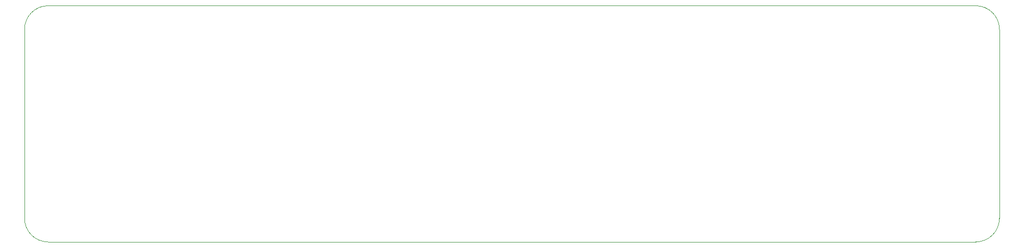
<source format=gbr>
G04 #@! TF.GenerationSoftware,KiCad,Pcbnew,(5.99.0-276-g47d7fea9b)*
G04 #@! TF.CreationDate,2019-10-29T18:49:48-07:00*
G04 #@! TF.ProjectId,frontpanel_pcb,66726f6e-7470-4616-9e65-6c5f7063622e,rev?*
G04 #@! TF.SameCoordinates,Original*
G04 #@! TF.FileFunction,Profile,NP*
%FSLAX46Y46*%
G04 Gerber Fmt 4.6, Leading zero omitted, Abs format (unit mm)*
G04 Created by KiCad (PCBNEW (5.99.0-276-g47d7fea9b)) date 2019-10-29 18:49:48*
%MOMM*%
%LPD*%
G04 APERTURE LIST*
%ADD10C,0.050000*%
G04 APERTURE END LIST*
D10*
X43000000Y-100000000D02*
G75*
G02X39000000Y-96000000I0J4000000D01*
G01*
X39000000Y-64000000D02*
G75*
G02X43000000Y-60000000I4000000J0D01*
G01*
X204000000Y-96000000D02*
G75*
G02X200000000Y-100000000I-4000000J0D01*
G01*
X200000000Y-60000000D02*
G75*
G02X204000000Y-64000000I0J-4000000D01*
G01*
X200000000Y-60000000D02*
X43000000Y-60000000D01*
X204000000Y-96000000D02*
X204000000Y-64000000D01*
X43000000Y-100000000D02*
X200000000Y-100000000D01*
X39000000Y-64000000D02*
X39000000Y-96000000D01*
M02*

</source>
